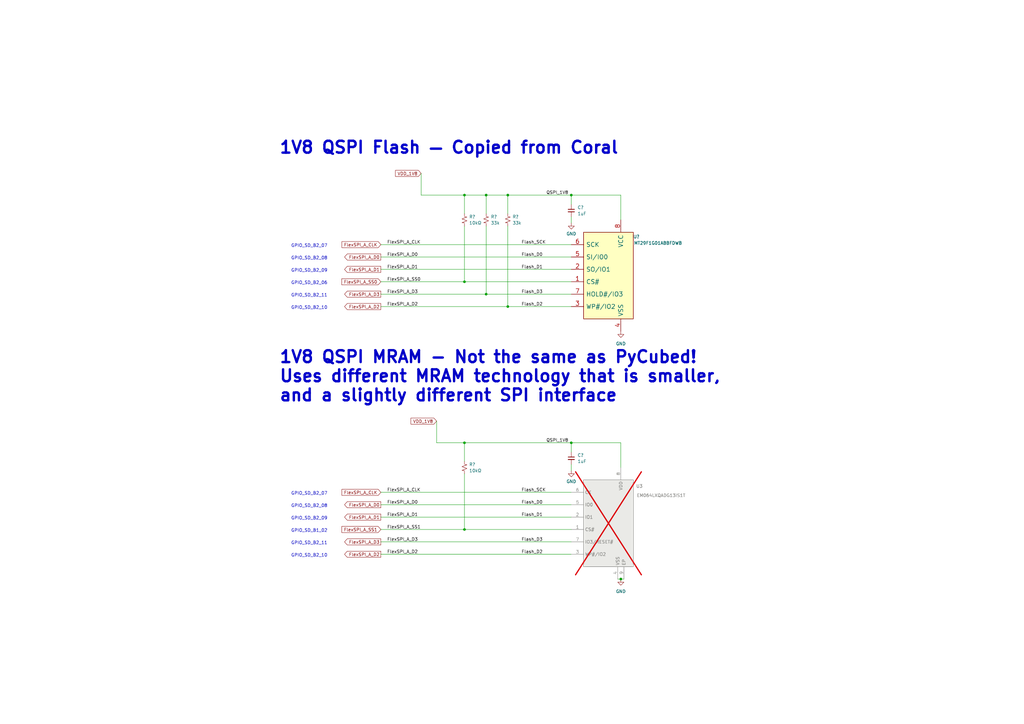
<source format=kicad_sch>
(kicad_sch (version 20230121) (generator eeschema)
  (paper "A3")
  (lib_symbols
    (symbol "10 FLASH_BOOT-SchDoc-rescue:FLASH_MT29F1G01ABBFDWB-" (pin_names (offset 1.016))
      (property "Reference" "U" (at 20.32 -2.54 0))
      (property "Value" "FLASH_MT29F1G01ABBFDWB" (at 0 0 0))
      (symbol "FLASH_MT29F1G01ABBFDWB-_0_1"
        (rectangle (start 0 -35.56) (end 20.32 0) (stroke (width 0.254)) (fill (type background)))
        (pin input line (at -5.08 -20.32 0) (length 5.08) (name "CS#") (number "1"))
        (pin bidirectional line (at -5.08 -15.24 0) (length 5.08) (name "SO/IO1") (number "2"))
        (pin bidirectional line (at -5.08 -30.48 0) (length 5.08) (name "WP#/IO2") (number "3"))
        (pin power_in line (at 15.24 -40.64 90) (length 5.08) (name "VSS") (number "4"))
        (pin bidirectional line (at -5.08 -10.16 0) (length 5.08) (name "SI/IO0") (number "5"))
        (pin input line (at -5.08 -5.08 0) (length 5.08) (name "SCK") (number "6"))
        (pin bidirectional line (at -5.08 -25.4 0) (length 5.08) (name "HOLD#/IO3") (number "7"))
        (pin power_in line (at 15.24 5.08 270) (length 5.08) (name "VCC") (number "8"))
      )
    )
    (symbol "Device:C_Small" (pin_numbers hide) (pin_names (offset 0.254) hide)
      (property "Reference" "C" (at 0.254 1.778 0))
      (property "Value" "C_Small" (at 0.254 -2.032 0))
      (symbol "C_Small_0_1"
        (polyline (pts (xy -1.27 -0.508) (xy 1.27 -0.508)) (stroke (width 0.3302)))
        (polyline (pts (xy -1.27 0.508) (xy 1.27 0.508)) (stroke (width 0.3048)))
      )
      (symbol "C_Small_1_1"
        (pin passive line (at 0 2.54 270) (length 2.032) (name "~") (number "1"))
        (pin passive line (at 0 -2.54 90) (length 2.032) (name "~") (number "2"))
      )
    )
    (symbol "Device:R_Small_US" (pin_numbers hide) (pin_names (offset 0.254) hide)
      (property "Reference" "R" (at 0.762 0.508 0))
      (property "Value" "R_Small_US" (at 0.762 -1.016 0))
      (symbol "R_Small_US_1_1"
        (polyline (pts (xy 0 0) (xy 1.016 -0.381) (xy 0 -0.762) (xy -1.016 -1.143) (xy 0 -1.27)))
        (polyline (pts (xy 0 1.27) (xy 1.016 1.143) (xy 0 0.762) (xy -1.016 0.381) (xy 0 0)))
        (pin passive line (at 0 2.54 270) (length 1.016) (name "~") (number "1"))
        (pin passive line (at 0 -2.54 90) (length 1.016) (name "~") (number "2"))
      )
    )
    (symbol "adcs:EM064LXQADG13IS1T"
      (property "Reference" "U7" (at 27.94 13.97 0))
      (property "Value" "EM064LXQADG13IS1T" (at 35.56 11.43 0))
      (symbol "EM064LXQADG13IS1T_1_1"
        (rectangle (start 5.08 16.51) (end 25.4 -19.05) (stroke (width 0.254)) (fill (type background)))
        (pin passive line (at 0 -3.81 0) (length 5.08) (name "CS#") (number "1"))
        (pin passive line (at 0 1.27 0) (length 5.08) (name "IO1") (number "2"))
        (pin passive line (at 0 -13.97 0) (length 5.08) (name "WP#/IO2") (number "3"))
        (pin passive line (at 19.05 -24.13 90) (length 5.08) (name "VSS") (number "4"))
        (pin passive line (at 0 6.35 0) (length 5.08) (name "IO0") (number "5"))
        (pin passive line (at 0 11.43 0) (length 5.08) (name "CK") (number "6"))
        (pin passive line (at 0 -8.89 0) (length 5.08) (name "IO3/RESET#") (number "7"))
        (pin passive line (at 20.32 21.59 270) (length 5.08) (name "VDD") (number "8"))
        (pin passive line (at 21.59 -24.13 90) (length 5.08) (name "EP") (number "9"))
      )
    )
    (symbol "power:GND" (power) (pin_names (offset 0))
      (property "Value" "GND" (at 0 -3.81 0))
      (symbol "GND_0_1"
        (polyline (pts (xy 0 0) (xy 0 -1.27) (xy 1.27 -1.27) (xy 0 -2.54) (xy -1.27 -1.27) (xy 0 -1.27)))
      )
      (symbol "GND_1_1"
        (pin power_in line (at 0 0 270) (length 0) hide (name "GND") (number "1"))
      )
    )
  )
  (junction (at 199.39 120.65))
  (junction (at 199.39 80.01))
  (junction (at 190.5 217.17))
  (junction (at 190.5 80.01))
  (junction (at 208.28 125.73))
  (junction (at 190.5 181.61))
  (junction (at 190.5 115.57))
  (junction (at 208.28 80.01))
  (junction (at 254.635 237.49))
  (junction (at 234.315 181.61))
  (junction (at 234.315 80.01))
  (wire (pts (xy 208.28 80.01) (xy 208.28 87.63)))
  (wire (pts (xy 253.365 237.49) (xy 254.635 237.49)))
  (wire (pts (xy 234.315 88.9) (xy 234.315 91.44)))
  (wire (pts (xy 172.72 80.01) (xy 190.5 80.01)))
  (wire (pts (xy 254.635 80.01) (xy 254.635 90.17)))
  (wire (pts (xy 179.07 172.72) (xy 179.07 181.61)))
  (wire (pts (xy 156.21 105.41) (xy 234.315 105.41)))
  (wire (pts (xy 234.315 80.01) (xy 254.635 80.01)))
  (wire (pts (xy 190.5 115.57) (xy 234.315 115.57)))
  (wire (pts (xy 156.21 110.49) (xy 234.315 110.49)))
  (wire (pts (xy 156.21 120.65) (xy 199.39 120.65)))
  (wire (pts (xy 190.5 217.17) (xy 234.315 217.17)))
  (wire (pts (xy 156.21 125.73) (xy 208.28 125.73)))
  (wire (pts (xy 156.21 115.57) (xy 190.5 115.57)))
  (wire (pts (xy 190.5 80.01) (xy 199.39 80.01)))
  (wire (pts (xy 156.21 222.25) (xy 234.315 222.25)))
  (wire (pts (xy 254.635 237.49) (xy 255.905 237.49)))
  (wire (pts (xy 172.72 71.12) (xy 172.72 80.01)))
  (wire (pts (xy 156.21 100.33) (xy 234.315 100.33)))
  (wire (pts (xy 190.5 217.17) (xy 190.5 194.31)))
  (wire (pts (xy 156.21 217.17) (xy 190.5 217.17)))
  (wire (pts (xy 156.21 227.33) (xy 234.315 227.33)))
  (wire (pts (xy 190.5 181.61) (xy 190.5 189.23)))
  (wire (pts (xy 208.28 80.01) (xy 234.315 80.01)))
  (wire (pts (xy 156.21 207.01) (xy 234.315 207.01)))
  (wire (pts (xy 199.39 120.65) (xy 234.315 120.65)))
  (wire (pts (xy 234.315 80.01) (xy 234.315 83.82)))
  (wire (pts (xy 190.5 181.61) (xy 234.315 181.61)))
  (wire (pts (xy 199.39 80.01) (xy 208.28 80.01)))
  (wire (pts (xy 156.21 212.09) (xy 234.315 212.09)))
  (wire (pts (xy 234.315 181.61) (xy 234.315 185.42)))
  (wire (pts (xy 156.21 201.93) (xy 234.315 201.93)))
  (wire (pts (xy 199.39 87.63) (xy 199.39 80.01)))
  (wire (pts (xy 179.07 181.61) (xy 190.5 181.61)))
  (wire (pts (xy 234.315 181.61) (xy 254.635 181.61)))
  (wire (pts (xy 208.28 125.73) (xy 208.28 92.71)))
  (wire (pts (xy 208.28 125.73) (xy 234.315 125.73)))
  (wire (pts (xy 234.315 190.5) (xy 234.315 193.04)))
  (wire (pts (xy 190.5 80.01) (xy 190.5 87.63)))
  (wire (pts (xy 190.5 115.57) (xy 190.5 92.71)))
  (wire (pts (xy 254.635 181.61) (xy 254.635 191.77)))
  (wire (pts (xy 199.39 120.65) (xy 199.39 92.71)))
  (text "1V8 QSPI Flash — Copied from Coral" (at 114.3 63.5 0) (effects (font (size 4.8768 4.8768) (thickness 0.9754) bold) (justify left bottom)))
  (text "GPIO_SD_B2_10" (at 119.38 127 0) (effects (font (size 1.27 1.27)) (justify left bottom)))
  (text "GPIO_SD_B2_10" (at 119.38 228.6 0) (effects (font (size 1.27 1.27)) (justify left bottom)))
  (text "1V8 QSPI MRAM - Not the same as PyCubed! \nUses different MRAM technology that is smaller, \nand a slightly different SPI interface" (at 114.3 165.1 0) (effects (font (size 4.8768 4.8768) (thickness 0.9754) bold) (justify left bottom)))
  (text "GPIO_SD_B2_08" (at 119.38 208.28 0) (effects (font (size 1.27 1.27)) (justify left bottom)))
  (text "GPIO_SD_B2_08" (at 119.38 106.68 0) (effects (font (size 1.27 1.27)) (justify left bottom)))
  (text "GPIO_SD_B2_06" (at 119.38 116.84 0) (effects (font (size 1.27 1.27)) (justify left bottom)))
  (text "GPIO_SD_B2_07" (at 119.38 203.2 0) (effects (font (size 1.27 1.27)) (justify left bottom)))
  (text "GPIO_SD_B1_02" (at 119.38 218.44 0) (effects (font (size 1.27 1.27)) (justify left bottom)))
  (text "GPIO_SD_B2_09" (at 119.38 213.36 0) (effects (font (size 1.27 1.27)) (justify left bottom)))
  (text "GPIO_SD_B2_09" (at 119.38 111.76 0) (effects (font (size 1.27 1.27)) (justify left bottom)))
  (text "GPIO_SD_B2_11" (at 119.38 121.92 0) (effects (font (size 1.27 1.27)) (justify left bottom)))
  (text "GPIO_SD_B2_07" (at 119.38 101.6 0) (effects (font (size 1.27 1.27)) (justify left bottom)))
  (text "GPIO_SD_B2_11" (at 119.38 223.52 0) (effects (font (size 1.27 1.27)) (justify left bottom)))
  (label "FlexSPI_A_D1" (at 158.75 110.49 0))
  (label "Flash_SCK" (at 213.868 201.93 0))
  (label "FlexSPI_A_D3" (at 158.75 120.65 0))
  (label "FlexSPI_A_D2" (at 158.75 227.33 0))
  (label "Flash_D1" (at 213.868 212.09 0))
  (label "FlexSPI_A_D0" (at 158.75 105.41 0))
  (label "Flash_D2" (at 213.868 227.33 0))
  (label "FlexSPI_A_CLK" (at 158.75 100.33 0))
  (label "FlexSPI_A_D1" (at 158.75 212.09 0))
  (label "Flash_D2" (at 213.868 125.73 0))
  (label "FlexSPI_A_D3" (at 158.75 222.25 0))
  (label "Flash_D3" (at 213.868 222.25 0))
  (label "FlexSPI_A_D0" (at 158.75 207.01 0))
  (label "FlexSPI_A_SS0" (at 158.75 115.57 0))
  (label "Flash_D0" (at 213.868 207.01 0))
  (label "Flash_D3" (at 213.868 120.65 0))
  (label "QSPI_1V8" (at 224.028 181.61 0))
  (label "FlexSPI_A_SS1" (at 158.75 217.17 0))
  (label "QSPI_1V8" (at 224.028 80.01 0))
  (label "Flash_SCK" (at 213.868 100.33 0))
  (label "Flash_D1" (at 213.868 110.49 0))
  (label "FlexSPI_A_D2" (at 158.75 125.73 0))
  (label "Flash_D0" (at 213.868 105.41 0))
  (label "FlexSPI_A_CLK" (at 158.75 201.93 0))
  (global_label "FlexSPI_A_CLK" (shape input) (at 156.21 100.33 180) (property "Intersheetrefs" "${INTERSHEET_REFS}" (effects hide)))
  (global_label "FlexSPI_A_SS0" (shape input) (at 156.21 115.57 180) (property "Intersheetrefs" "${INTERSHEET_REFS}" (effects hide)))
  (global_label "FlexSPI_A_D3" (shape output) (at 156.21 222.25 180) (property "Intersheetrefs" "${INTERSHEET_REFS}" (effects hide)))
  (global_label "FlexSPI_A_D0" (shape output) (at 156.21 207.01 180) (property "Intersheetrefs" "${INTERSHEET_REFS}" (effects hide)))
  (global_label "FlexSPI_A_D2" (shape output) (at 156.21 227.33 180) (property "Intersheetrefs" "${INTERSHEET_REFS}" (effects hide)))
  (global_label "FlexSPI_A_D2" (shape output) (at 156.21 125.73 180) (property "Intersheetrefs" "${INTERSHEET_REFS}" (effects hide)))
  (global_label "VDD_1V8" (shape input) (at 179.07 172.72 180) (property "Intersheetrefs" "${INTERSHEET_REFS}" (effects hide)))
  (global_label "FlexSPI_A_CLK" (shape input) (at 156.21 201.93 180) (property "Intersheetrefs" "${INTERSHEET_REFS}" (effects hide)))
  (global_label "FlexSPI_A_D0" (shape output) (at 156.21 105.41 180) (property "Intersheetrefs" "${INTERSHEET_REFS}" (effects hide)))
  (global_label "FlexSPI_A_SS1" (shape input) (at 156.21 217.17 180) (property "Intersheetrefs" "${INTERSHEET_REFS}" (effects hide)))
  (global_label "FlexSPI_A_D1" (shape output) (at 156.21 212.09 180) (property "Intersheetrefs" "${INTERSHEET_REFS}" (effects hide)))
  (global_label "FlexSPI_A_D1" (shape output) (at 156.21 110.49 180) (property "Intersheetrefs" "${INTERSHEET_REFS}" (effects hide)))
  (global_label "FlexSPI_A_D3" (shape output) (at 156.21 120.65 180) (property "Intersheetrefs" "${INTERSHEET_REFS}" (effects hide)))
  (global_label "VDD_1V8" (shape input) (at 172.72 71.12 180) (property "Intersheetrefs" "${INTERSHEET_REFS}" (effects hide)))
  (symbol (lib_id "power:GND") (at 254.635 135.89 0) (unit 1)
    (property "Reference" "#PWR053" (effects hide))
    (property "Value" "GND" (at 254.635 140.97 0))
  )
  (symbol (lib_id "Device:R_Small_US") (at 190.5 191.77 0) (unit 1)
    (property "Reference" "R?" (at 192.405 190.5 0) (effects (justify left)))
    (property "Value" "10kΩ" (at 192.405 193.04 0) (effects (justify left)))
    (property "Footprint" "adcs:Perfect_0402" (effects hide))
    (property "Footprint (for JLCPCB)" "0402" (effects hide))
    (instances (project "cpu_board" (path "" (reference "R?") (unit 1)) (path "" (reference "R?") (unit 1)) (path "" (reference "R?") (unit 1)) (path "" (reference "R17") (unit 1))))
  )
  (symbol (lib_id "Device:R_Small_US") (at 199.39 90.17 0) (unit 1)
    (property "Reference" "R?" (at 201.295 88.9 0) (effects (justify left)))
    (property "Value" "33k" (at 201.295 91.44 0) (effects (justify left)))
    (property "Footprint" "adcs:Perfect_0402" (effects hide))
    (property "Footprint (for JLCPCB)" "0402" (effects hide))
    (instances (project "cpu_board" (path "" (reference "R?") (unit 1)) (path "" (reference "R?") (unit 1)) (path "" (reference "R?") (unit 1)) (path "" (reference "R18") (unit 1))))
  )
  (symbol (lib_id "Device:C_Small") (at 234.315 86.36 0) (unit 1)
    (property "Reference" "C?" (at 236.855 85.0963 0) (effects (justify left)))
    (property "Value" "1uF" (at 236.855 87.6363 0) (effects (justify left)))
    (property "Footprint" "adcs:Perfect_0402" (effects hide))
    (property "Footprint (for JLCPCB)" "0402" (effects hide))
    (property "Voltage Rating" "50V" (effects hide))
    (instances (project "cpu_board" (path "" (reference "C?") (unit 1)) (path "" (reference "C?") (unit 1)) (path "" (reference "C?") (unit 1)) (path "" (reference "C62") (unit 1))))
  )
  (symbol (lib_id "Device:R_Small_US") (at 190.5 90.17 0) (unit 1)
    (property "Reference" "R?" (at 192.405 88.9 0) (effects (justify left)))
    (property "Value" "10kΩ" (at 192.405 91.44 0) (effects (justify left)))
    (property "Footprint" "adcs:Perfect_0402" (effects hide))
    (property "Footprint (for JLCPCB)" "0402" (effects hide))
    (instances (project "cpu_board" (path "" (reference "R?") (unit 1)) (path "" (reference "R?") (unit 1)) (path "" (reference "R?") (unit 1)) (path "" (reference "R16") (unit 1))))
  )
  (symbol (lib_id "10 FLASH_BOOT-SchDoc-rescue:FLASH_MT29F1G01ABBFDWB-") (at 239.395 95.25 0) (unit 1)
    (property "Reference" "U?" (at 259.715 97.79 0) (effects (justify left bottom)))
    (property "Value" "MT29F1G01ABBFDWB" (at 269.875 99.695 0))
    (property "Footprint" "adcs:UDFN800X600X65-8" (effects hide))
    (property "Flight" "MT29F1G01ABBFDWB" (effects hide))
    (property "Description" "NAND Flash" (effects hide))
    (property "JLCPCB P/N Proto" "C5330479" (effects hide))
    (instances (project "10 FLASH_BOOT-SchDoc" (path "" (reference "U?") (unit 1))) (project "cpu_board" (path "" (reference "U4") (unit 1))))
  )
  (symbol (lib_id "power:GND") (at 254.635 237.49 0) (unit 1)
    (property "Reference" "#PWR054" (effects hide))
    (property "Value" "GND" (at 254.635 242.57 0))
  )
  (symbol (lib_id "Device:C_Small") (at 234.315 187.96 0) (unit 1)
    (property "Reference" "C?" (at 236.855 186.6963 0) (effects (justify left)))
    (property "Value" "1uF" (at 236.855 189.2363 0) (effects (justify left)))
    (property "Footprint" "adcs:Perfect_0402" (effects hide))
    (property "Footprint (for JLCPCB)" "0402" (effects hide))
    (property "Voltage Rating" "50V" (effects hide))
    (instances (project "cpu_board" (path "" (reference "C?") (unit 1)) (path "" (reference "C?") (unit 1)) (path "" (reference "C?") (unit 1)) (path "" (reference "C63") (unit 1))))
  )
  (symbol (lib_id "adcs:EM064LXQADG13IS1T") (at 234.315 213.36 0) (unit 1) (dnp yes)
    (property "Reference" "U3" (at 262.255 199.39 0))
    (property "Value" "EM064LXQADG13IS1T" (at 271.145 203.2 0))
    (property "Footprint" "SON127P800X600X95-9N-D" (effects hide))
    (property "Datasheet" "${KIPRJMOD}/../datasheets/EMxxLX_datasheet_v2.9.pdf" (effects hide))
    (property "Height" "0.95" (effects hide))
    (property "Manufacturer_Name" "Everspin Technologies" (effects hide))
    (property "Flight" "EM064LXQADG13IS1T" (effects hide))
    (property "Description" "STT-MRAM (xSPI)" (effects hide))
    (property "DNI" "DNI" (effects hide))
  )
  (symbol (lib_id "Device:R_Small_US") (at 208.28 90.17 0) (unit 1)
    (property "Reference" "R?" (at 210.185 88.9 0) (effects (justify left)))
    (property "Value" "33k" (at 210.185 91.44 0) (effects (justify left)))
    (property "Footprint" "adcs:Perfect_0402" (effects hide))
    (property "Footprint (for JLCPCB)" "0402" (effects hide))
    (instances (project "cpu_board" (path "" (reference "R?") (unit 1)) (path "" (reference "R?") (unit 1)) (path "" (reference "R?") (unit 1)) (path "" (reference "R20") (unit 1))))
  )
  (symbol (lib_id "power:GND") (at 234.315 193.04 0) (unit 1)
    (property "Reference" "#PWR052" (effects hide))
    (property "Value" "GND" (at 234.315 197.485 0))
  )
  (symbol (lib_id "power:GND") (at 234.315 91.44 0) (unit 1)
    (property "Reference" "#PWR051" (effects hide))
    (property "Value" "GND" (at 234.315 95.885 0))
  )
)
</source>
